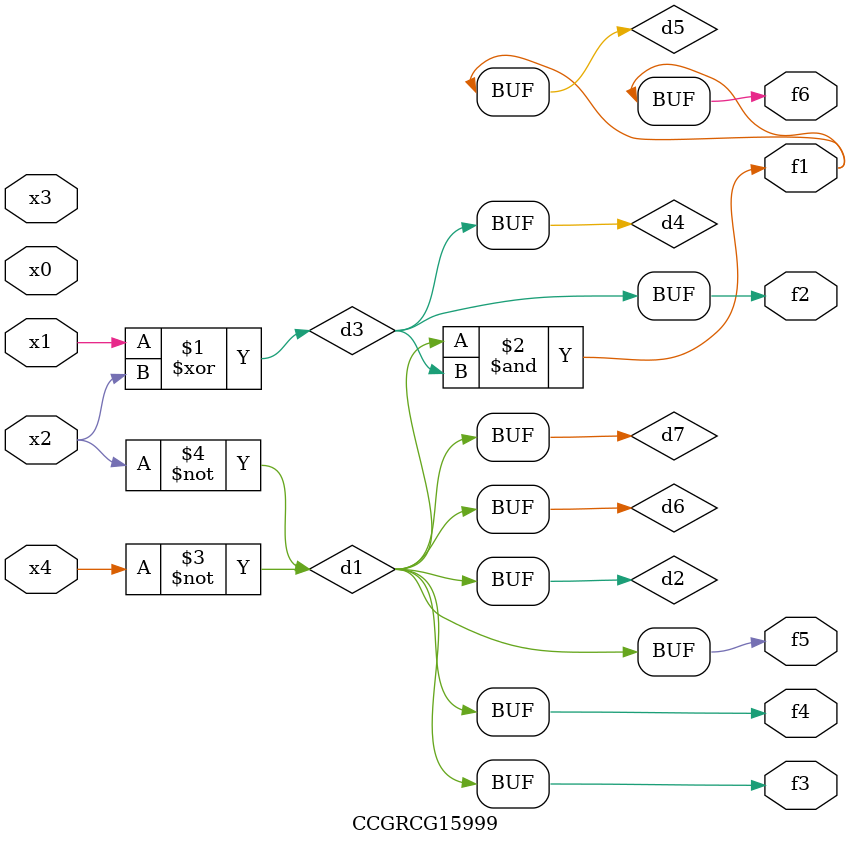
<source format=v>
module CCGRCG15999(
	input x0, x1, x2, x3, x4,
	output f1, f2, f3, f4, f5, f6
);

	wire d1, d2, d3, d4, d5, d6, d7;

	not (d1, x4);
	not (d2, x2);
	xor (d3, x1, x2);
	buf (d4, d3);
	and (d5, d1, d3);
	buf (d6, d1, d2);
	buf (d7, d2);
	assign f1 = d5;
	assign f2 = d4;
	assign f3 = d7;
	assign f4 = d7;
	assign f5 = d7;
	assign f6 = d5;
endmodule

</source>
